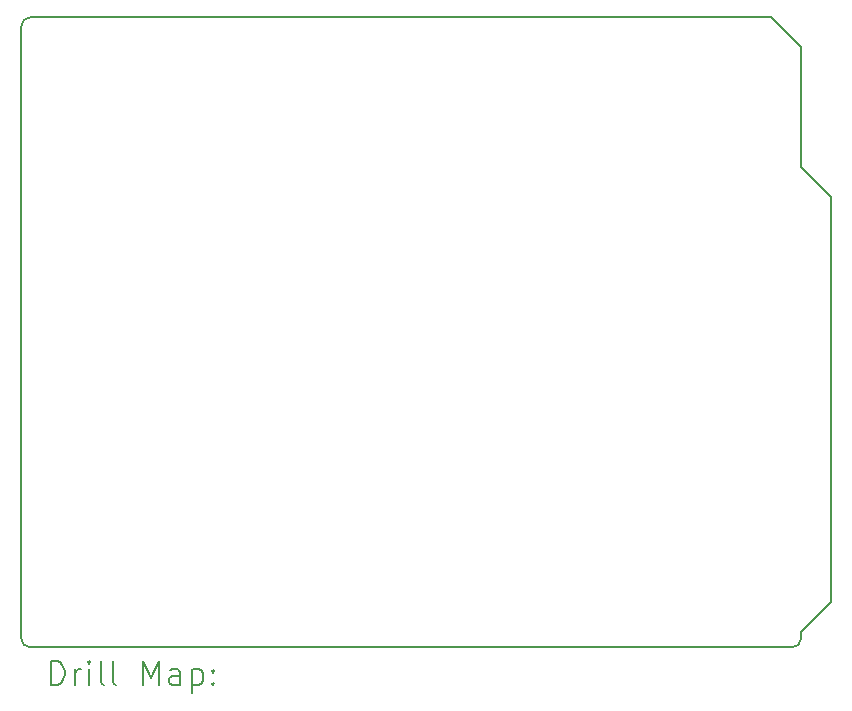
<source format=gbr>
%TF.GenerationSoftware,KiCad,Pcbnew,8.0.2-1*%
%TF.CreationDate,2024-05-27T06:20:31-04:00*%
%TF.ProjectId,ORA_Arduino_ESP_CAN_Shield_Rev_2,4f52415f-4172-4647-9569-6e6f5f455350,rev?*%
%TF.SameCoordinates,Original*%
%TF.FileFunction,Drillmap*%
%TF.FilePolarity,Positive*%
%FSLAX45Y45*%
G04 Gerber Fmt 4.5, Leading zero omitted, Abs format (unit mm)*
G04 Created by KiCad (PCBNEW 8.0.2-1) date 2024-05-27 06:20:31*
%MOMM*%
%LPD*%
G01*
G04 APERTURE LIST*
%ADD10C,0.150000*%
%ADD11C,0.200000*%
G04 APERTURE END LIST*
D10*
X16604000Y-5936000D02*
X16858000Y-6190000D01*
X10000000Y-9923800D02*
X10000000Y-4742200D01*
X16858000Y-6190000D02*
X16858000Y-9619000D01*
X16527800Y-10000000D02*
X10076200Y-10000000D01*
X10076200Y-4666000D02*
X16350000Y-4666000D01*
X10076200Y-10000000D02*
G75*
G02*
X10000000Y-9923800I0J76200D01*
G01*
X16858000Y-9619000D02*
X16604000Y-9873000D01*
X16350000Y-4666000D02*
X16604000Y-4920000D01*
X16604000Y-9923800D02*
G75*
G02*
X16527800Y-10000000I-76200J0D01*
G01*
X16604000Y-4920000D02*
X16604000Y-5936000D01*
X16604000Y-9873000D02*
X16604000Y-9923800D01*
X10000000Y-4742200D02*
G75*
G02*
X10076200Y-4666000I76200J0D01*
G01*
D11*
X10253277Y-10318984D02*
X10253277Y-10118984D01*
X10253277Y-10118984D02*
X10300896Y-10118984D01*
X10300896Y-10118984D02*
X10329467Y-10128508D01*
X10329467Y-10128508D02*
X10348515Y-10147555D01*
X10348515Y-10147555D02*
X10358039Y-10166603D01*
X10358039Y-10166603D02*
X10367563Y-10204698D01*
X10367563Y-10204698D02*
X10367563Y-10233270D01*
X10367563Y-10233270D02*
X10358039Y-10271365D01*
X10358039Y-10271365D02*
X10348515Y-10290412D01*
X10348515Y-10290412D02*
X10329467Y-10309460D01*
X10329467Y-10309460D02*
X10300896Y-10318984D01*
X10300896Y-10318984D02*
X10253277Y-10318984D01*
X10453277Y-10318984D02*
X10453277Y-10185650D01*
X10453277Y-10223746D02*
X10462801Y-10204698D01*
X10462801Y-10204698D02*
X10472324Y-10195174D01*
X10472324Y-10195174D02*
X10491372Y-10185650D01*
X10491372Y-10185650D02*
X10510420Y-10185650D01*
X10577086Y-10318984D02*
X10577086Y-10185650D01*
X10577086Y-10118984D02*
X10567563Y-10128508D01*
X10567563Y-10128508D02*
X10577086Y-10138031D01*
X10577086Y-10138031D02*
X10586610Y-10128508D01*
X10586610Y-10128508D02*
X10577086Y-10118984D01*
X10577086Y-10118984D02*
X10577086Y-10138031D01*
X10700896Y-10318984D02*
X10681848Y-10309460D01*
X10681848Y-10309460D02*
X10672324Y-10290412D01*
X10672324Y-10290412D02*
X10672324Y-10118984D01*
X10805658Y-10318984D02*
X10786610Y-10309460D01*
X10786610Y-10309460D02*
X10777086Y-10290412D01*
X10777086Y-10290412D02*
X10777086Y-10118984D01*
X11034229Y-10318984D02*
X11034229Y-10118984D01*
X11034229Y-10118984D02*
X11100896Y-10261841D01*
X11100896Y-10261841D02*
X11167563Y-10118984D01*
X11167563Y-10118984D02*
X11167563Y-10318984D01*
X11348515Y-10318984D02*
X11348515Y-10214222D01*
X11348515Y-10214222D02*
X11338991Y-10195174D01*
X11338991Y-10195174D02*
X11319943Y-10185650D01*
X11319943Y-10185650D02*
X11281848Y-10185650D01*
X11281848Y-10185650D02*
X11262801Y-10195174D01*
X11348515Y-10309460D02*
X11329467Y-10318984D01*
X11329467Y-10318984D02*
X11281848Y-10318984D01*
X11281848Y-10318984D02*
X11262801Y-10309460D01*
X11262801Y-10309460D02*
X11253277Y-10290412D01*
X11253277Y-10290412D02*
X11253277Y-10271365D01*
X11253277Y-10271365D02*
X11262801Y-10252317D01*
X11262801Y-10252317D02*
X11281848Y-10242793D01*
X11281848Y-10242793D02*
X11329467Y-10242793D01*
X11329467Y-10242793D02*
X11348515Y-10233270D01*
X11443753Y-10185650D02*
X11443753Y-10385650D01*
X11443753Y-10195174D02*
X11462801Y-10185650D01*
X11462801Y-10185650D02*
X11500896Y-10185650D01*
X11500896Y-10185650D02*
X11519943Y-10195174D01*
X11519943Y-10195174D02*
X11529467Y-10204698D01*
X11529467Y-10204698D02*
X11538991Y-10223746D01*
X11538991Y-10223746D02*
X11538991Y-10280889D01*
X11538991Y-10280889D02*
X11529467Y-10299936D01*
X11529467Y-10299936D02*
X11519943Y-10309460D01*
X11519943Y-10309460D02*
X11500896Y-10318984D01*
X11500896Y-10318984D02*
X11462801Y-10318984D01*
X11462801Y-10318984D02*
X11443753Y-10309460D01*
X11624705Y-10299936D02*
X11634229Y-10309460D01*
X11634229Y-10309460D02*
X11624705Y-10318984D01*
X11624705Y-10318984D02*
X11615182Y-10309460D01*
X11615182Y-10309460D02*
X11624705Y-10299936D01*
X11624705Y-10299936D02*
X11624705Y-10318984D01*
X11624705Y-10195174D02*
X11634229Y-10204698D01*
X11634229Y-10204698D02*
X11624705Y-10214222D01*
X11624705Y-10214222D02*
X11615182Y-10204698D01*
X11615182Y-10204698D02*
X11624705Y-10195174D01*
X11624705Y-10195174D02*
X11624705Y-10214222D01*
M02*

</source>
